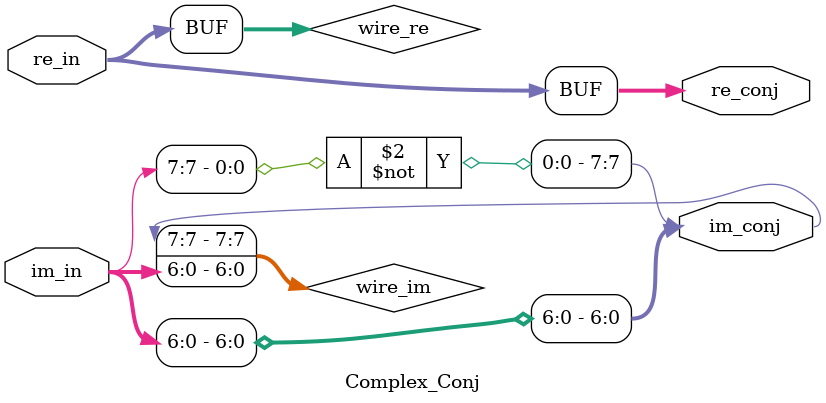
<source format=v>
module Complex_Conj(
    re_in,
    im_in,
    re_conj,
    im_conj
);

input [7:0] re_in, im_in;
output [7:0] re_conj, im_conj;

wire [7:0] wire_re;
wire [7:0] wire_im;

assign wire_re = re_in;
assign wire_im = {(1'b1)^(im_in[7]), im_in[6:0]};
assign re_conj = wire_re;
assign im_conj = wire_im;

endmodule

</source>
